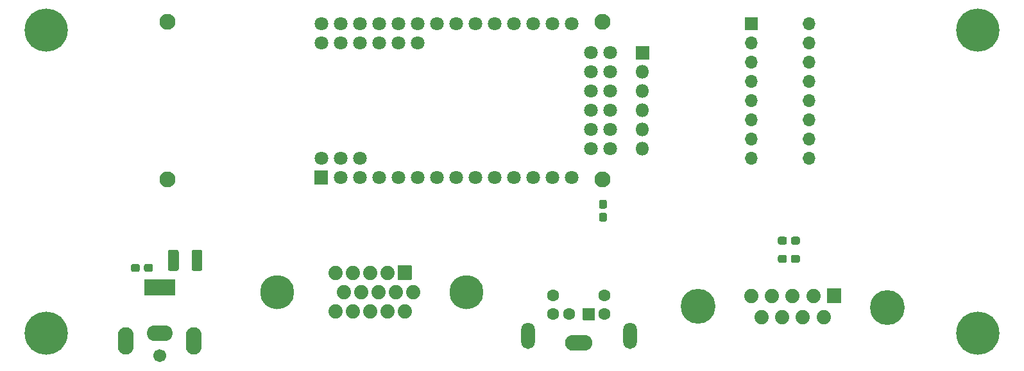
<source format=gts>
G04 #@! TF.GenerationSoftware,KiCad,Pcbnew,5.1.9-1.fc33*
G04 #@! TF.CreationDate,2021-03-13T13:31:44-05:00*
G04 #@! TF.ProjectId,terminal,7465726d-696e-4616-9c2e-6b696361645f,rev?*
G04 #@! TF.SameCoordinates,Original*
G04 #@! TF.FileFunction,Soldermask,Top*
G04 #@! TF.FilePolarity,Negative*
%FSLAX46Y46*%
G04 Gerber Fmt 4.6, Leading zero omitted, Abs format (unit mm)*
G04 Created by KiCad (PCBNEW 5.1.9-1.fc33) date 2021-03-13 13:31:44*
%MOMM*%
%LPD*%
G01*
G04 APERTURE LIST*
%ADD10C,1.701600*%
%ADD11O,2.101600X3.601600*%
%ADD12O,3.401600X2.101600*%
%ADD13C,1.886600*%
%ADD14C,4.601600*%
%ADD15O,3.601600X2.101600*%
%ADD16C,1.601600*%
%ADD17O,1.801600X3.501600*%
%ADD18C,4.501600*%
%ADD19C,2.101600*%
%ADD20C,1.801600*%
%ADD21O,1.801600X1.801600*%
%ADD22O,1.701600X1.701600*%
%ADD23C,5.701600*%
G04 APERTURE END LIST*
D10*
G04 #@! TO.C,J5*
X51000000Y-147000000D03*
D11*
X55500000Y-145000000D03*
X46500000Y-145000000D03*
D12*
X51000000Y-144000000D03*
G36*
G01*
X48949200Y-139000000D02*
X48949200Y-137000000D01*
G75*
G02*
X49000000Y-136949200I50800J0D01*
G01*
X53000000Y-136949200D01*
G75*
G02*
X53050800Y-137000000I0J-50800D01*
G01*
X53050800Y-139000000D01*
G75*
G02*
X53000000Y-139050800I-50800J0D01*
G01*
X49000000Y-139050800D01*
G75*
G02*
X48949200Y-139000000I0J50800D01*
G01*
G37*
G04 #@! TD*
D13*
G04 #@! TO.C,J3*
X130411000Y-141920000D03*
X133151000Y-141920000D03*
X135891000Y-141920000D03*
X138631000Y-141920000D03*
X131781000Y-139080000D03*
X134521000Y-139080000D03*
X137261000Y-139080000D03*
G36*
G01*
X139057700Y-139972500D02*
X139057700Y-138187500D01*
G75*
G02*
X139108500Y-138136700I50800J0D01*
G01*
X140893500Y-138136700D01*
G75*
G02*
X140944300Y-138187500I0J-50800D01*
G01*
X140944300Y-139972500D01*
G75*
G02*
X140893500Y-140023300I-50800J0D01*
G01*
X139108500Y-140023300D01*
G75*
G02*
X139057700Y-139972500I0J50800D01*
G01*
G37*
X129041000Y-139080000D03*
D14*
X147016000Y-140601600D03*
X122026000Y-140500000D03*
G04 #@! TD*
D15*
G04 #@! TO.C,J2*
X106327000Y-145300000D03*
D16*
X109727000Y-141500000D03*
G36*
G01*
X108427800Y-140750000D02*
X108427800Y-142250000D01*
G75*
G02*
X108377000Y-142300800I-50800J0D01*
G01*
X106877000Y-142300800D01*
G75*
G02*
X106826200Y-142250000I0J50800D01*
G01*
X106826200Y-140750000D01*
G75*
G02*
X106877000Y-140699200I50800J0D01*
G01*
X108377000Y-140699200D01*
G75*
G02*
X108427800Y-140750000I0J-50800D01*
G01*
G37*
X105027000Y-141500000D03*
X102927000Y-141500000D03*
X109727000Y-139000000D03*
X102927000Y-139000000D03*
D17*
X113077000Y-144400000D03*
X99577000Y-144400000D03*
G04 #@! TD*
D18*
G04 #@! TO.C,J1*
X91495000Y-138570000D03*
X66505000Y-138570000D03*
D13*
X74170000Y-141110000D03*
X76460000Y-141110000D03*
X78750000Y-141110000D03*
X81040000Y-141110000D03*
X83330000Y-141110000D03*
X75315000Y-138570000D03*
X77605000Y-138570000D03*
X79895000Y-138570000D03*
X82185000Y-138570000D03*
X84475000Y-138570000D03*
X74170000Y-136030000D03*
X76460000Y-136030000D03*
X78750000Y-136030000D03*
X81040000Y-136030000D03*
G36*
G01*
X82386700Y-136922500D02*
X82386700Y-135137500D01*
G75*
G02*
X82437500Y-135086700I50800J0D01*
G01*
X84222500Y-135086700D01*
G75*
G02*
X84273300Y-135137500I0J-50800D01*
G01*
X84273300Y-136922500D01*
G75*
G02*
X84222500Y-136973300I-50800J0D01*
G01*
X82437500Y-136973300D01*
G75*
G02*
X82386700Y-136922500I0J50800D01*
G01*
G37*
G04 #@! TD*
D19*
G04 #@! TO.C,U1*
X52066200Y-102865586D03*
X109444800Y-102865586D03*
X109444800Y-123704000D03*
X52066200Y-123704000D03*
D20*
X110410000Y-106940000D03*
X110410000Y-109480000D03*
X110410000Y-112020000D03*
X110410000Y-114560000D03*
X110410000Y-117100000D03*
X110410000Y-119640000D03*
X107870000Y-106940000D03*
X107870000Y-109480000D03*
X107870000Y-112020000D03*
X107870000Y-114560000D03*
X107870000Y-117100000D03*
X107870000Y-119640000D03*
X105330000Y-103130000D03*
X102790000Y-103130000D03*
X100250000Y-103130000D03*
X97710000Y-103130000D03*
X95170000Y-103130000D03*
X92630000Y-103130000D03*
X90090000Y-103130000D03*
X87550000Y-103130000D03*
X85010000Y-103130000D03*
X82470000Y-103130000D03*
X79930000Y-103130000D03*
X77390000Y-103130000D03*
X74850000Y-103130000D03*
X72310000Y-103130000D03*
X85010000Y-105670000D03*
X82470000Y-105670000D03*
X79930000Y-105670000D03*
X77390000Y-105670000D03*
X74850000Y-105670000D03*
X72310000Y-105670000D03*
X77390000Y-120910000D03*
X74850000Y-120910000D03*
X72310000Y-120910000D03*
X105330000Y-123450000D03*
X102790000Y-123450000D03*
X100250000Y-123450000D03*
X97710000Y-123450000D03*
X95170000Y-123450000D03*
X92630000Y-123450000D03*
X90090000Y-123450000D03*
X87550000Y-123450000D03*
X85010000Y-123450000D03*
X82470000Y-123450000D03*
X79930000Y-123450000D03*
X77390000Y-123450000D03*
G36*
G01*
X73160000Y-124350800D02*
X71460000Y-124350800D01*
G75*
G02*
X71409200Y-124300000I0J50800D01*
G01*
X71409200Y-122600000D01*
G75*
G02*
X71460000Y-122549200I50800J0D01*
G01*
X73160000Y-122549200D01*
G75*
G02*
X73210800Y-122600000I0J-50800D01*
G01*
X73210800Y-124300000D01*
G75*
G02*
X73160000Y-124350800I-50800J0D01*
G01*
G37*
X74850000Y-123450000D03*
G04 #@! TD*
G04 #@! TO.C,C6*
G36*
G01*
X134311700Y-132062900D02*
X134311700Y-131537100D01*
G75*
G02*
X134574600Y-131274200I262900J0D01*
G01*
X135225400Y-131274200D01*
G75*
G02*
X135488300Y-131537100I0J-262900D01*
G01*
X135488300Y-132062900D01*
G75*
G02*
X135225400Y-132325800I-262900J0D01*
G01*
X134574600Y-132325800D01*
G75*
G02*
X134311700Y-132062900I0J262900D01*
G01*
G37*
G36*
G01*
X132586700Y-132062900D02*
X132586700Y-131537100D01*
G75*
G02*
X132849600Y-131274200I262900J0D01*
G01*
X133500400Y-131274200D01*
G75*
G02*
X133763300Y-131537100I0J-262900D01*
G01*
X133763300Y-132062900D01*
G75*
G02*
X133500400Y-132325800I-262900J0D01*
G01*
X132849600Y-132325800D01*
G75*
G02*
X132586700Y-132062900I0J262900D01*
G01*
G37*
G04 #@! TD*
G04 #@! TO.C,C7*
G36*
G01*
X134311700Y-134462900D02*
X134311700Y-133937100D01*
G75*
G02*
X134574600Y-133674200I262900J0D01*
G01*
X135225400Y-133674200D01*
G75*
G02*
X135488300Y-133937100I0J-262900D01*
G01*
X135488300Y-134462900D01*
G75*
G02*
X135225400Y-134725800I-262900J0D01*
G01*
X134574600Y-134725800D01*
G75*
G02*
X134311700Y-134462900I0J262900D01*
G01*
G37*
G36*
G01*
X132586700Y-134462900D02*
X132586700Y-133937100D01*
G75*
G02*
X132849600Y-133674200I262900J0D01*
G01*
X133500400Y-133674200D01*
G75*
G02*
X133763300Y-133937100I0J-262900D01*
G01*
X133763300Y-134462900D01*
G75*
G02*
X133500400Y-134725800I-262900J0D01*
G01*
X132849600Y-134725800D01*
G75*
G02*
X132586700Y-134462900I0J262900D01*
G01*
G37*
G04 #@! TD*
G04 #@! TO.C,C8*
G36*
G01*
X50113300Y-135137100D02*
X50113300Y-135662900D01*
G75*
G02*
X49850400Y-135925800I-262900J0D01*
G01*
X49199600Y-135925800D01*
G75*
G02*
X48936700Y-135662900I0J262900D01*
G01*
X48936700Y-135137100D01*
G75*
G02*
X49199600Y-134874200I262900J0D01*
G01*
X49850400Y-134874200D01*
G75*
G02*
X50113300Y-135137100I0J-262900D01*
G01*
G37*
G36*
G01*
X48388300Y-135137100D02*
X48388300Y-135662900D01*
G75*
G02*
X48125400Y-135925800I-262900J0D01*
G01*
X47474600Y-135925800D01*
G75*
G02*
X47211700Y-135662900I0J262900D01*
G01*
X47211700Y-135137100D01*
G75*
G02*
X47474600Y-134874200I262900J0D01*
G01*
X48125400Y-134874200D01*
G75*
G02*
X48388300Y-135137100I0J-262900D01*
G01*
G37*
G04 #@! TD*
G04 #@! TO.C,C9*
G36*
G01*
X52086700Y-135531632D02*
X52086700Y-133268368D01*
G75*
G02*
X52355868Y-132999200I269168J0D01*
G01*
X53244132Y-132999200D01*
G75*
G02*
X53513300Y-133268368I0J-269168D01*
G01*
X53513300Y-135531632D01*
G75*
G02*
X53244132Y-135800800I-269168J0D01*
G01*
X52355868Y-135800800D01*
G75*
G02*
X52086700Y-135531632I0J269168D01*
G01*
G37*
G36*
G01*
X55211700Y-135531632D02*
X55211700Y-133268368D01*
G75*
G02*
X55480868Y-132999200I269168J0D01*
G01*
X56369132Y-132999200D01*
G75*
G02*
X56638300Y-133268368I0J-269168D01*
G01*
X56638300Y-135531632D01*
G75*
G02*
X56369132Y-135800800I-269168J0D01*
G01*
X55480868Y-135800800D01*
G75*
G02*
X55211700Y-135531632I0J269168D01*
G01*
G37*
G04 #@! TD*
G04 #@! TO.C,J4*
G36*
G01*
X113799200Y-107830000D02*
X113799200Y-106130000D01*
G75*
G02*
X113850000Y-106079200I50800J0D01*
G01*
X115550000Y-106079200D01*
G75*
G02*
X115600800Y-106130000I0J-50800D01*
G01*
X115600800Y-107830000D01*
G75*
G02*
X115550000Y-107880800I-50800J0D01*
G01*
X113850000Y-107880800D01*
G75*
G02*
X113799200Y-107830000I0J50800D01*
G01*
G37*
D21*
X114700000Y-109520000D03*
X114700000Y-112060000D03*
X114700000Y-114600000D03*
X114700000Y-117140000D03*
X114700000Y-119680000D03*
G04 #@! TD*
G04 #@! TO.C,SW1*
G36*
G01*
X128219200Y-103960000D02*
X128219200Y-102360000D01*
G75*
G02*
X128270000Y-102309200I50800J0D01*
G01*
X129870000Y-102309200D01*
G75*
G02*
X129920800Y-102360000I0J-50800D01*
G01*
X129920800Y-103960000D01*
G75*
G02*
X129870000Y-104010800I-50800J0D01*
G01*
X128270000Y-104010800D01*
G75*
G02*
X128219200Y-103960000I0J50800D01*
G01*
G37*
D22*
X136690000Y-120940000D03*
X129070000Y-105700000D03*
X136690000Y-118400000D03*
X129070000Y-108240000D03*
X136690000Y-115860000D03*
X129070000Y-110780000D03*
X136690000Y-113320000D03*
X129070000Y-113320000D03*
X136690000Y-110780000D03*
X129070000Y-115860000D03*
X136690000Y-108240000D03*
X129070000Y-118400000D03*
X136690000Y-105700000D03*
X129070000Y-120940000D03*
X136690000Y-103160000D03*
G04 #@! TD*
G04 #@! TO.C,C10*
G36*
G01*
X109237100Y-126386700D02*
X109762900Y-126386700D01*
G75*
G02*
X110025800Y-126649600I0J-262900D01*
G01*
X110025800Y-127300400D01*
G75*
G02*
X109762900Y-127563300I-262900J0D01*
G01*
X109237100Y-127563300D01*
G75*
G02*
X108974200Y-127300400I0J262900D01*
G01*
X108974200Y-126649600D01*
G75*
G02*
X109237100Y-126386700I262900J0D01*
G01*
G37*
G36*
G01*
X109237100Y-128111700D02*
X109762900Y-128111700D01*
G75*
G02*
X110025800Y-128374600I0J-262900D01*
G01*
X110025800Y-129025400D01*
G75*
G02*
X109762900Y-129288300I-262900J0D01*
G01*
X109237100Y-129288300D01*
G75*
G02*
X108974200Y-129025400I0J262900D01*
G01*
X108974200Y-128374600D01*
G75*
G02*
X109237100Y-128111700I262900J0D01*
G01*
G37*
G04 #@! TD*
D23*
G04 #@! TO.C,H1*
X36000000Y-144000000D03*
G04 #@! TD*
G04 #@! TO.C,H2*
X159000000Y-144000000D03*
G04 #@! TD*
G04 #@! TO.C,H3*
X36000000Y-104000000D03*
G04 #@! TD*
G04 #@! TO.C,H4*
X159000000Y-104000000D03*
G04 #@! TD*
M02*

</source>
